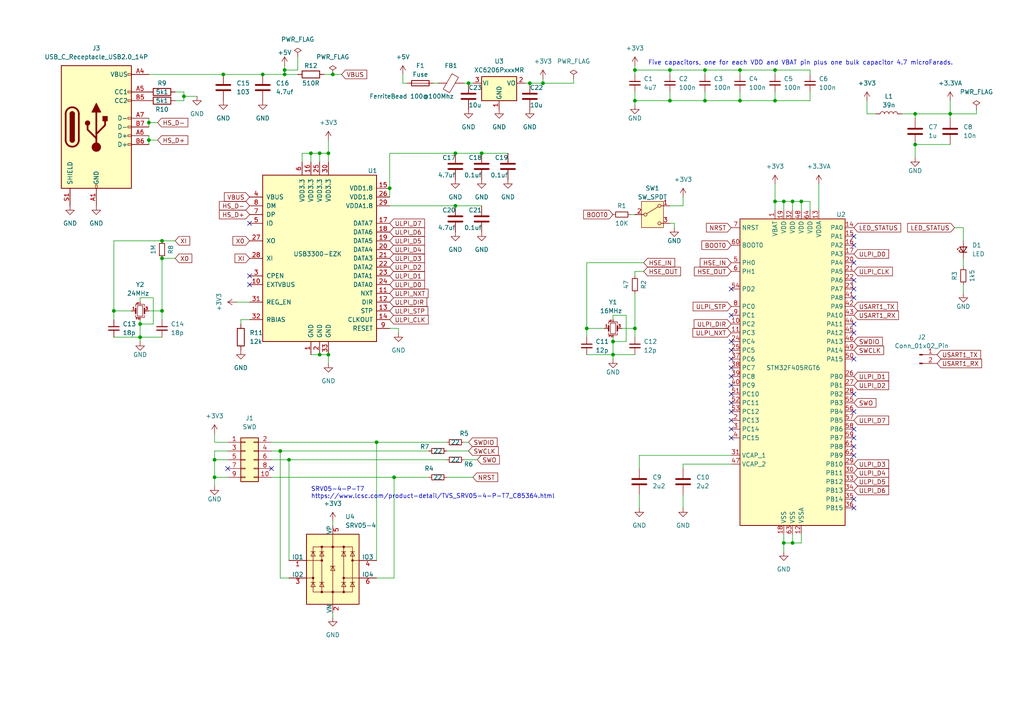
<source format=kicad_sch>
(kicad_sch (version 20230121) (generator eeschema)
  (paper "A4")
  (junction (at 227.33 58.42))
  (junction (at 177.8 102.87) (diameter 0.9144))
  (junction (at 53.34 27.94))
  (junction (at 96.52 21.59))
  (junction (at 204.47 20.32) (diameter 0.9144))
  (junction (at 76.2 21.59))
  (junction (at 275.59 33.02))
  (junction (at 92.71 44.45))
  (junction (at 153.67 24.13))
  (junction (at 265.43 33.02))
  (junction (at 113.03 54.61))
  (junction (at 95.25 44.45))
  (junction (at 40.64 93.98) (diameter 0.9144))
  (junction (at 229.87 157.48))
  (junction (at 43.18 35.56))
  (junction (at 83.82 133.35))
  (junction (at 157.48 24.13))
  (junction (at 43.18 40.64))
  (junction (at 46.99 90.17) (diameter 0.9144))
  (junction (at 46.99 69.85))
  (junction (at 114.3 138.43))
  (junction (at 204.47 29.21) (diameter 0.9144))
  (junction (at 227.33 157.48))
  (junction (at 229.87 58.42))
  (junction (at 46.99 74.93))
  (junction (at 265.43 41.91))
  (junction (at 194.31 20.32) (diameter 0.9144))
  (junction (at 139.7 44.45))
  (junction (at 224.79 58.42))
  (junction (at 64.77 21.59))
  (junction (at 132.08 59.69))
  (junction (at 132.08 44.45))
  (junction (at 90.17 44.45))
  (junction (at 224.79 20.32) (diameter 0.9144))
  (junction (at 184.15 20.32) (diameter 0.9144))
  (junction (at 177.8 99.06) (diameter 0.9144))
  (junction (at 33.02 90.17) (diameter 0.9144))
  (junction (at 92.71 102.87))
  (junction (at 184.15 29.21) (diameter 0.9144))
  (junction (at 40.64 97.79) (diameter 0.9144))
  (junction (at 184.15 95.25) (diameter 0.9144))
  (junction (at 214.63 29.21) (diameter 0.9144))
  (junction (at 109.22 128.27))
  (junction (at 170.18 95.25) (diameter 0.9144))
  (junction (at 95.25 102.87))
  (junction (at 81.28 130.81))
  (junction (at 194.31 29.21) (diameter 0.9144))
  (junction (at 232.41 58.42))
  (junction (at 82.55 21.59))
  (junction (at 62.23 133.35) (diameter 0.9144))
  (junction (at 224.79 29.21) (diameter 0.9144))
  (junction (at 214.63 20.32) (diameter 0.9144))
  (junction (at 82.55 20.32))
  (junction (at 135.89 24.13))
  (junction (at 62.23 138.43) (diameter 0.9144))
  (no_connect (at 212.09 104.14))
  (no_connect (at 212.09 116.84))
  (no_connect (at 212.09 111.76))
  (no_connect (at 247.65 81.28))
  (no_connect (at 212.09 127))
  (no_connect (at 78.74 135.89))
  (no_connect (at 247.65 132.08))
  (no_connect (at 247.65 104.14))
  (no_connect (at 247.65 124.46))
  (no_connect (at 212.09 124.46))
  (no_connect (at 247.65 127))
  (no_connect (at 247.65 96.52))
  (no_connect (at 247.65 114.3))
  (no_connect (at 247.65 129.54))
  (no_connect (at 72.39 80.01))
  (no_connect (at 247.65 119.38))
  (no_connect (at 247.65 71.12))
  (no_connect (at 247.65 76.2))
  (no_connect (at 212.09 83.82))
  (no_connect (at 212.09 109.22))
  (no_connect (at 212.09 99.06))
  (no_connect (at 212.09 114.3))
  (no_connect (at 72.39 64.77))
  (no_connect (at 247.65 144.78))
  (no_connect (at 212.09 106.68))
  (no_connect (at 212.09 91.44))
  (no_connect (at 247.65 86.36))
  (no_connect (at 66.04 135.89))
  (no_connect (at 212.09 101.6))
  (no_connect (at 72.39 82.55))
  (no_connect (at 247.65 83.82))
  (no_connect (at 247.65 68.58))
  (no_connect (at 247.65 93.98))
  (no_connect (at 247.65 147.32))
  (no_connect (at 212.09 121.92))
  (no_connect (at 212.09 119.38))
  (wire (pts (xy 125.73 24.13) (xy 127 24.13)))
  (wire (pts (xy 177.8 102.87) (xy 177.8 104.14)))
  (wire (pts (xy 265.43 41.91) (xy 265.43 45.72)))
  (wire (pts (xy 153.67 24.13) (xy 157.48 24.13)))
  (wire (pts (xy 204.47 21.59) (xy 204.47 20.32)))
  (wire (pts (xy 40.64 92.71) (xy 40.64 93.98)))
  (wire (pts (xy 50.8 26.67) (xy 53.34 26.67)))
  (wire (pts (xy 229.87 157.48) (xy 232.41 157.48)))
  (wire (pts (xy 170.18 97.79) (xy 170.18 95.25)))
  (wire (pts (xy 66.04 130.81) (xy 62.23 130.81)))
  (wire (pts (xy 194.31 20.32) (xy 184.15 20.32)))
  (wire (pts (xy 227.33 157.48) (xy 227.33 160.02)))
  (wire (pts (xy 113.03 44.45) (xy 132.08 44.45)))
  (wire (pts (xy 170.18 95.25) (xy 175.26 95.25)))
  (wire (pts (xy 115.57 95.25) (xy 115.57 96.52)))
  (wire (pts (xy 224.79 58.42) (xy 224.79 60.96)))
  (wire (pts (xy 113.03 54.61) (xy 113.03 44.45)))
  (wire (pts (xy 113.03 54.61) (xy 113.03 57.15)))
  (wire (pts (xy 87.63 44.45) (xy 87.63 46.99)))
  (wire (pts (xy 76.2 21.59) (xy 82.55 21.59)))
  (wire (pts (xy 227.33 58.42) (xy 229.87 58.42)))
  (wire (pts (xy 182.88 62.23) (xy 184.15 62.23)))
  (wire (pts (xy 234.95 21.59) (xy 234.95 20.32)))
  (wire (pts (xy 62.23 130.81) (xy 62.23 133.35)))
  (wire (pts (xy 43.18 21.59) (xy 64.77 21.59)))
  (wire (pts (xy 185.42 143.51) (xy 185.42 147.32)))
  (wire (pts (xy 81.28 130.81) (xy 81.28 167.64)))
  (wire (pts (xy 46.99 74.93) (xy 46.99 90.17)))
  (wire (pts (xy 275.59 33.02) (xy 275.59 34.29)))
  (wire (pts (xy 43.18 34.29) (xy 43.18 35.56)))
  (wire (pts (xy 40.64 93.98) (xy 40.64 97.79)))
  (wire (pts (xy 53.34 27.94) (xy 57.15 27.94)))
  (wire (pts (xy 224.79 26.67) (xy 224.79 29.21)))
  (wire (pts (xy 83.82 133.35) (xy 83.82 162.56)))
  (wire (pts (xy 232.41 58.42) (xy 234.95 58.42)))
  (wire (pts (xy 279.4 69.85) (xy 279.4 66.04)))
  (wire (pts (xy 184.15 29.21) (xy 184.15 30.48)))
  (wire (pts (xy 194.31 59.69) (xy 198.12 59.69)))
  (wire (pts (xy 40.64 97.79) (xy 46.99 97.79)))
  (wire (pts (xy 251.46 33.02) (xy 254 33.02)))
  (wire (pts (xy 40.64 93.98) (xy 44.45 93.98)))
  (wire (pts (xy 186.69 76.2) (xy 170.18 76.2)))
  (wire (pts (xy 45.72 35.56) (xy 43.18 35.56)))
  (wire (pts (xy 68.58 87.63) (xy 72.39 87.63)))
  (wire (pts (xy 224.79 20.32) (xy 214.63 20.32)))
  (wire (pts (xy 186.69 78.74) (xy 184.15 78.74)))
  (wire (pts (xy 261.62 33.02) (xy 265.43 33.02)))
  (wire (pts (xy 184.15 20.32) (xy 184.15 21.59)))
  (wire (pts (xy 135.89 24.13) (xy 137.16 24.13)))
  (wire (pts (xy 82.55 19.05) (xy 82.55 20.32)))
  (wire (pts (xy 53.34 26.67) (xy 53.34 27.94)))
  (wire (pts (xy 194.31 64.77) (xy 195.58 64.77)))
  (wire (pts (xy 46.99 69.85) (xy 33.02 69.85)))
  (wire (pts (xy 109.22 128.27) (xy 78.74 128.27)))
  (wire (pts (xy 95.25 44.45) (xy 95.25 46.99)))
  (wire (pts (xy 62.23 133.35) (xy 62.23 138.43)))
  (wire (pts (xy 170.18 76.2) (xy 170.18 95.25)))
  (wire (pts (xy 166.37 22.86) (xy 166.37 24.13)))
  (wire (pts (xy 279.4 82.55) (xy 279.4 85.09)))
  (wire (pts (xy 83.82 133.35) (xy 129.54 133.35)))
  (wire (pts (xy 62.23 133.35) (xy 66.04 133.35)))
  (wire (pts (xy 234.95 20.32) (xy 224.79 20.32)))
  (wire (pts (xy 184.15 97.79) (xy 184.15 95.25)))
  (wire (pts (xy 33.02 90.17) (xy 38.1 90.17)))
  (wire (pts (xy 214.63 26.67) (xy 214.63 29.21)))
  (wire (pts (xy 78.74 130.81) (xy 81.28 130.81)))
  (wire (pts (xy 129.54 138.43) (xy 137.16 138.43)))
  (wire (pts (xy 152.4 24.13) (xy 153.67 24.13)))
  (wire (pts (xy 45.72 40.64) (xy 43.18 40.64)))
  (wire (pts (xy 224.79 58.42) (xy 227.33 58.42)))
  (wire (pts (xy 90.17 102.87) (xy 92.71 102.87)))
  (wire (pts (xy 194.31 26.67) (xy 194.31 29.21)))
  (wire (pts (xy 44.45 86.36) (xy 44.45 93.98)))
  (wire (pts (xy 194.31 29.21) (xy 184.15 29.21)))
  (wire (pts (xy 96.52 151.13) (xy 96.52 152.4)))
  (wire (pts (xy 132.08 59.69) (xy 139.7 59.69)))
  (wire (pts (xy 279.4 74.93) (xy 279.4 77.47)))
  (wire (pts (xy 265.43 41.91) (xy 275.59 41.91)))
  (wire (pts (xy 177.8 99.06) (xy 181.61 99.06)))
  (wire (pts (xy 234.95 26.67) (xy 234.95 29.21)))
  (wire (pts (xy 43.18 35.56) (xy 43.18 36.83)))
  (wire (pts (xy 157.48 22.86) (xy 157.48 24.13)))
  (wire (pts (xy 78.74 133.35) (xy 83.82 133.35)))
  (wire (pts (xy 40.64 86.36) (xy 44.45 86.36)))
  (wire (pts (xy 227.33 157.48) (xy 229.87 157.48)))
  (wire (pts (xy 86.36 16.51) (xy 86.36 20.32)))
  (wire (pts (xy 195.58 64.77) (xy 195.58 66.04)))
  (wire (pts (xy 46.99 90.17) (xy 43.18 90.17)))
  (wire (pts (xy 109.22 128.27) (xy 109.22 162.56)))
  (wire (pts (xy 204.47 26.67) (xy 204.47 29.21)))
  (wire (pts (xy 177.8 102.87) (xy 184.15 102.87)))
  (wire (pts (xy 224.79 21.59) (xy 224.79 20.32)))
  (wire (pts (xy 198.12 143.51) (xy 198.12 147.32)))
  (wire (pts (xy 81.28 130.81) (xy 124.46 130.81)))
  (wire (pts (xy 232.41 154.94) (xy 232.41 157.48)))
  (wire (pts (xy 62.23 125.73) (xy 62.23 128.27)))
  (wire (pts (xy 204.47 20.32) (xy 194.31 20.32)))
  (wire (pts (xy 43.18 40.64) (xy 43.18 41.91)))
  (wire (pts (xy 265.43 33.02) (xy 275.59 33.02)))
  (wire (pts (xy 92.71 44.45) (xy 92.71 46.99)))
  (wire (pts (xy 69.85 92.71) (xy 69.85 93.98)))
  (wire (pts (xy 50.8 69.85) (xy 46.99 69.85)))
  (wire (pts (xy 43.18 39.37) (xy 43.18 40.64)))
  (wire (pts (xy 92.71 102.87) (xy 95.25 102.87)))
  (wire (pts (xy 177.8 91.44) (xy 181.61 91.44)))
  (wire (pts (xy 265.43 33.02) (xy 265.43 34.29)))
  (wire (pts (xy 113.03 95.25) (xy 115.57 95.25)))
  (wire (pts (xy 275.59 29.21) (xy 275.59 33.02)))
  (wire (pts (xy 86.36 20.32) (xy 82.55 20.32)))
  (wire (pts (xy 194.31 21.59) (xy 194.31 20.32)))
  (wire (pts (xy 229.87 58.42) (xy 232.41 58.42)))
  (wire (pts (xy 109.22 167.64) (xy 114.3 167.64)))
  (wire (pts (xy 177.8 99.06) (xy 177.8 102.87)))
  (wire (pts (xy 92.71 44.45) (xy 95.25 44.45)))
  (wire (pts (xy 64.77 21.59) (xy 76.2 21.59)))
  (wire (pts (xy 62.23 138.43) (xy 62.23 140.97)))
  (wire (pts (xy 184.15 26.67) (xy 184.15 29.21)))
  (wire (pts (xy 177.8 97.79) (xy 177.8 99.06)))
  (wire (pts (xy 224.79 53.34) (xy 224.79 58.42)))
  (wire (pts (xy 129.54 130.81) (xy 135.89 130.81)))
  (wire (pts (xy 93.98 21.59) (xy 96.52 21.59)))
  (wire (pts (xy 96.52 21.59) (xy 99.06 21.59)))
  (wire (pts (xy 227.33 154.94) (xy 227.33 157.48)))
  (wire (pts (xy 229.87 58.42) (xy 229.87 60.96)))
  (wire (pts (xy 53.34 27.94) (xy 53.34 29.21)))
  (wire (pts (xy 72.39 92.71) (xy 69.85 92.71)))
  (wire (pts (xy 184.15 85.09) (xy 184.15 95.25)))
  (wire (pts (xy 157.48 24.13) (xy 166.37 24.13)))
  (wire (pts (xy 116.84 24.13) (xy 118.11 24.13)))
  (wire (pts (xy 185.42 132.08) (xy 185.42 135.89)))
  (wire (pts (xy 212.09 134.62) (xy 198.12 134.62)))
  (wire (pts (xy 83.82 167.64) (xy 81.28 167.64)))
  (wire (pts (xy 132.08 44.45) (xy 139.7 44.45)))
  (wire (pts (xy 139.7 44.45) (xy 147.32 44.45)))
  (wire (pts (xy 177.8 92.71) (xy 177.8 91.44)))
  (wire (pts (xy 134.62 128.27) (xy 135.89 128.27)))
  (wire (pts (xy 184.15 95.25) (xy 180.34 95.25)))
  (wire (pts (xy 90.17 44.45) (xy 92.71 44.45)))
  (wire (pts (xy 229.87 154.94) (xy 229.87 157.48)))
  (wire (pts (xy 50.8 74.93) (xy 46.99 74.93)))
  (wire (pts (xy 96.52 177.8) (xy 96.52 179.07)))
  (wire (pts (xy 170.18 102.87) (xy 177.8 102.87)))
  (wire (pts (xy 50.8 29.21) (xy 53.34 29.21)))
  (wire (pts (xy 40.64 87.63) (xy 40.64 86.36)))
  (wire (pts (xy 283.21 31.75) (xy 283.21 33.02)))
  (wire (pts (xy 279.4 66.04) (xy 276.86 66.04)))
  (wire (pts (xy 90.17 44.45) (xy 90.17 46.99)))
  (wire (pts (xy 82.55 21.59) (xy 86.36 21.59)))
  (wire (pts (xy 214.63 20.32) (xy 204.47 20.32)))
  (wire (pts (xy 204.47 29.21) (xy 194.31 29.21)))
  (wire (pts (xy 198.12 57.15) (xy 198.12 59.69)))
  (wire (pts (xy 95.25 40.64) (xy 95.25 44.45)))
  (wire (pts (xy 232.41 58.42) (xy 232.41 60.96)))
  (wire (pts (xy 224.79 29.21) (xy 214.63 29.21)))
  (wire (pts (xy 181.61 91.44) (xy 181.61 99.06)))
  (wire (pts (xy 114.3 138.43) (xy 114.3 167.64)))
  (wire (pts (xy 114.3 138.43) (xy 124.46 138.43)))
  (wire (pts (xy 82.55 20.32) (xy 82.55 21.59)))
  (wire (pts (xy 234.95 29.21) (xy 224.79 29.21)))
  (wire (pts (xy 87.63 44.45) (xy 90.17 44.45)))
  (wire (pts (xy 62.23 138.43) (xy 66.04 138.43)))
  (wire (pts (xy 33.02 97.79) (xy 40.64 97.79)))
  (wire (pts (xy 184.15 78.74) (xy 184.15 80.01)))
  (wire (pts (xy 33.02 92.71) (xy 33.02 90.17)))
  (wire (pts (xy 129.54 128.27) (xy 109.22 128.27)))
  (wire (pts (xy 212.09 132.08) (xy 185.42 132.08)))
  (wire (pts (xy 78.74 138.43) (xy 114.3 138.43)))
  (wire (pts (xy 198.12 134.62) (xy 198.12 135.89)))
  (wire (pts (xy 134.62 133.35) (xy 138.43 133.35)))
  (wire (pts (xy 116.84 21.59) (xy 116.84 24.13)))
  (wire (pts (xy 275.59 33.02) (xy 283.21 33.02)))
  (wire (pts (xy 46.99 92.71) (xy 46.99 90.17)))
  (wire (pts (xy 214.63 21.59) (xy 214.63 20.32)))
  (wire (pts (xy 184.15 19.05) (xy 184.15 20.32)))
  (wire (pts (xy 33.02 69.85) (xy 33.02 90.17)))
  (wire (pts (xy 113.03 59.69) (xy 132.08 59.69)))
  (wire (pts (xy 40.64 97.79) (xy 40.64 99.06)))
  (wire (pts (xy 95.25 102.87) (xy 95.25 105.41)))
  (wire (pts (xy 62.23 128.27) (xy 66.04 128.27)))
  (wire (pts (xy 234.95 58.42) (xy 234.95 60.96)))
  (wire (pts (xy 214.63 29.21) (xy 204.47 29.21)))
  (wire (pts (xy 237.49 53.34) (xy 237.49 60.96)))
  (wire (pts (xy 227.33 58.42) (xy 227.33 60.96)))
  (wire (pts (xy 134.62 24.13) (xy 135.89 24.13)))
  (wire (pts (xy 251.46 29.21) (xy 251.46 33.02)))
  (text "Five capacitors, one for each VDD and VBAT pin plus one bulk capacitor 4.7 microFarads." (at 187.96 19.05 0) (effects (font (size 1.27 1.27)) (justify left bottom)))
  (text "SRV05-4-P-T7\nhttps://www.lcsc.com/product-detail/TVS_SRV05-4-P-T7_C85364.html" (at 90.17 144.78 0) (effects (font (size 1.27 1.27)) (justify left bottom)))
  (global_label "SWO" (shape input) (at 138.43 133.35 0) (property "Intersheetrefs" "${INTERSHEET_REFS}" (effects hide)))
  (global_label "X0" (shape input) (at 72.39 69.85 180) (property "Intersheetrefs" "${INTERSHEET_REFS}" (effects hide)))
  (global_label "USART1_TX" (shape input) (at 247.65 88.9 0) (property "Intersheetrefs" "${INTERSHEET_REFS}" (effects hide)))
  (global_label "USART1_RX" (shape input) (at 271.78 105.41 0) (property "Intersheetrefs" "${INTERSHEET_REFS}" (effects hide)))
  (global_label "ULPI_NXT" (shape input) (at 113.03 85.09 0) (property "Intersheetrefs" "${INTERSHEET_REFS}" (effects hide)))
  (global_label "BOOT0" (shape input) (at 212.09 71.12 180) (property "Intersheetrefs" "${INTERSHEET_REFS}" (effects hide)))
  (global_label "ULPI_D5" (shape input) (at 113.03 69.85 0) (property "Intersheetrefs" "${INTERSHEET_REFS}" (effects hide)))
  (global_label "SWO" (shape input) (at 247.65 116.84 0) (property "Intersheetrefs" "${INTERSHEET_REFS}" (effects hide)))
  (global_label "SWDIO" (shape input) (at 247.65 99.06 0) (property "Intersheetrefs" "${INTERSHEET_REFS}" (effects hide)))
  (global_label "ULPI_DIR" (shape input) (at 113.03 87.63 0) (property "Intersheetrefs" "${INTERSHEET_REFS}" (effects hide)))
  (global_label "XI" (shape input) (at 72.39 74.93 180) (property "Intersheetrefs" "${INTERSHEET_REFS}" (effects hide)))
  (global_label "SWCLK" (shape input) (at 247.65 101.6 0) (property "Intersheetrefs" "${INTERSHEET_REFS}" (effects hide)))
  (global_label "ULPI_D3" (shape input) (at 113.03 74.93 0) (property "Intersheetrefs" "${INTERSHEET_REFS}" (effects hide)))
  (global_label "XI" (shape input) (at 50.8 69.85 0) (property "Intersheetrefs" "${INTERSHEET_REFS}" (effects hide)))
  (global_label "HSE_IN" (shape input) (at 186.69 76.2 0) (property "Intersheetrefs" "${INTERSHEET_REFS}" (effects hide)))
  (global_label "ULPI_D0" (shape input) (at 247.65 73.66 0) (property "Intersheetrefs" "${INTERSHEET_REFS}" (effects hide)))
  (global_label "ULPI_D7" (shape input) (at 113.03 64.77 0) (property "Intersheetrefs" "${INTERSHEET_REFS}" (effects hide)))
  (global_label "ULPI_D4" (shape input) (at 247.65 137.16 0) (property "Intersheetrefs" "${INTERSHEET_REFS}" (effects hide)))
  (global_label "LED_STATUS" (shape input) (at 276.86 66.04 180) (property "Intersheetrefs" "${INTERSHEET_REFS}" (effects hide)))
  (global_label "HS_D+" (shape input) (at 72.39 62.23 180) (property "Intersheetrefs" "${INTERSHEET_REFS}" (effects hide)))
  (global_label "ULPI_D0" (shape input) (at 113.03 82.55 0) (property "Intersheetrefs" "${INTERSHEET_REFS}" (effects hide)))
  (global_label "HS_D-" (shape input) (at 72.39 59.69 180) (property "Intersheetrefs" "${INTERSHEET_REFS}" (effects hide)))
  (global_label "HSE_IN" (shape input) (at 212.09 76.2 180) (property "Intersheetrefs" "${INTERSHEET_REFS}" (effects hide)))
  (global_label "SWCLK" (shape input) (at 135.89 130.81 0) (property "Intersheetrefs" "${INTERSHEET_REFS}" (effects hide)))
  (global_label "ULPI_D6" (shape input) (at 113.03 67.31 0) (property "Intersheetrefs" "${INTERSHEET_REFS}" (effects hide)))
  (global_label "ULPI_D2" (shape input) (at 113.03 77.47 0) (property "Intersheetrefs" "${INTERSHEET_REFS}" (effects hide)))
  (global_label "USART1_RX" (shape input) (at 247.65 91.44 0) (property "Intersheetrefs" "${INTERSHEET_REFS}" (effects hide)))
  (global_label "HSE_OUT" (shape input) (at 212.09 78.74 180) (property "Intersheetrefs" "${INTERSHEET_REFS}" (effects hide)))
  (global_label "ULPI_D3" (shape input) (at 247.65 134.62 0) (property "Intersheetrefs" "${INTERSHEET_REFS}" (effects hide)))
  (global_label "HS_D+" (shape input) (at 45.72 40.64 0) (property "Intersheetrefs" "${INTERSHEET_REFS}" (effects hide)))
  (global_label "NRST" (shape input) (at 137.16 138.43 0) (property "Intersheetrefs" "${INTERSHEET_REFS}" (effects hide)))
  (global_label "ULPI_CLK" (shape input) (at 113.03 92.71 0) (property "Intersheetrefs" "${INTERSHEET_REFS}" (effects hide)))
  (global_label "ULPI_NXT" (shape input) (at 212.09 96.52 180) (property "Intersheetrefs" "${INTERSHEET_REFS}" (effects hide)))
  (global_label "ULPI_CLK" (shape input) (at 247.65 78.74 0) (property "Intersheetrefs" "${INTERSHEET_REFS}" (effects hide)))
  (global_label "ULPI_D4" (shape input) (at 113.03 72.39 0) (property "Intersheetrefs" "${INTERSHEET_REFS}" (effects hide)))
  (global_label "SWDIO" (shape input) (at 135.89 128.27 0) (property "Intersheetrefs" "${INTERSHEET_REFS}" (effects hide)))
  (global_label "ULPI_D5" (shape input) (at 247.65 139.7 0) (property "Intersheetrefs" "${INTERSHEET_REFS}" (effects hide)))
  (global_label "X0" (shape input) (at 50.8 74.93 0) (property "Intersheetrefs" "${INTERSHEET_REFS}" (effects hide)))
  (global_label "HSE_OUT" (shape input) (at 186.69 78.74 0) (property "Intersheetrefs" "${INTERSHEET_REFS}" (effects hide)))
  (global_label "VBUS" (shape input) (at 99.06 21.59 0) (property "Intersheetrefs" "${INTERSHEET_REFS}" (effects hide)))
  (global_label "ULPI_D1" (shape input) (at 113.03 80.01 0) (property "Intersheetrefs" "${INTERSHEET_REFS}" (effects hide)))
  (global_label "ULPI_DIR" (shape input) (at 212.09 93.98 180) (property "Intersheetrefs" "${INTERSHEET_REFS}" (effects hide)))
  (global_label "ULPI_STP" (shape input) (at 212.09 88.9 180) (property "Intersheetrefs" "${INTERSHEET_REFS}" (effects hide)))
  (global_label "ULPI_D1" (shape input) (at 247.65 109.22 0) (property "Intersheetrefs" "${INTERSHEET_REFS}" (effects hide)))
  (global_label "NRST" (shape input) (at 212.09 66.04 180) (property "Intersheetrefs" "${INTERSHEET_REFS}" (effects hide)))
  (global_label "ULPI_D6" (shape input) (at 247.65 142.24 0) (property "Intersheetrefs" "${INTERSHEET_REFS}" (effects hide)))
  (global_label "BOOT0" (shape input) (at 177.8 62.23 180) (property "Intersheetrefs" "${INTERSHEET_REFS}" (effects hide)))
  (global_label "ULPI_D7" (shape input) (at 247.65 121.92 0) (property "Intersheetrefs" "${INTERSHEET_REFS}" (effects hide)))
  (global_label "USART1_TX" (shape input) (at 271.78 102.87 0) (property "Intersheetrefs" "${INTERSHEET_REFS}" (effects hide)))
  (global_label "ULPI_D2" (shape input) (at 247.65 111.76 0) (property "Intersheetrefs" "${INTERSHEET_REFS}" (effects hide)))
  (global_label "LED_STATUS" (shape input) (at 247.65 66.04 0) (property "Intersheetrefs" "${INTERSHEET_REFS}" (effects hide)))
  (global_label "VBUS" (shape input) (at 72.39 57.15 180) (property "Intersheetrefs" "${INTERSHEET_REFS}" (effects hide)))
  (global_label "ULPI_STP" (shape input) (at 113.03 90.17 0) (property "Intersheetrefs" "${INTERSHEET_REFS}" (effects hide)))
  (global_label "HS_D-" (shape input) (at 45.72 35.56 0) (property "Intersheetrefs" "${INTERSHEET_REFS}" (effects hide)))
  (symbol (lib_id "Device:C") (at 64.77 25.4 0) (unit 1)
    (property "Reference" "C15" (at 68.58 24.13 0) (effects (justify left)))
    (property "Value" "103" (at 68.58 26.67 0) (effects (justify left)))
    (property "Footprint" "Capacitor_SMD:C_0603_1608Metric" (effects hide))
  )
  (symbol (lib_id "power:GND") (at 69.85 101.6 0) (unit 1)
    (property "Reference" "#PWR025" (effects hide))
    (property "Value" "GND" (at 69.85 106.68 0))
  )
  (symbol (lib_id "power:+5V") (at 82.55 19.05 0) (unit 1)
    (property "Reference" "#PWR018" (effects hide))
    (property "Value" "+5V" (at 82.55 15.24 0))
  )
  (symbol (lib_id "power:PWR_FLAG") (at 96.52 21.59 0) (unit 1)
    (property "Reference" "#FLG05" (effects hide))
    (property "Value" "PWR_FLAG" (at 96.52 16.51 0))
  )
  (symbol (lib_id "power:GND") (at 27.94 59.69 0) (unit 1)
    (property "Reference" "#PWR022" (effects hide))
    (property "Value" "GND" (at 27.94 64.77 0))
  )
  (symbol (lib_id "power:GND") (at 95.25 105.41 0) (unit 1)
    (property "Reference" "#PWR026" (effects hide))
    (property "Value" "GND" (at 95.25 110.49 0))
  )
  (symbol (lib_id "power:GND") (at 279.4 85.09 0) (unit 1)
    (property "Reference" "#PWR014" (effects hide))
    (property "Value" "GND" (at 279.4 88.9 0))
  )
  (symbol (lib_id "Device:C_Small") (at 194.31 24.13 0) (unit 1)
    (property "Reference" "C2" (at 196.85 22.8599 0) (effects (justify left)))
    (property "Value" "100n" (at 196.85 25.3999 0) (effects (justify left)))
    (property "Footprint" "Capacitor_SMD:C_0603_1608Metric" (effects hide))
  )
  (symbol (lib_id "Device:R") (at 46.99 29.21 270) (unit 1)
    (property "Reference" "R10" (at 46.99 31.75 90))
    (property "Value" "5k1" (at 46.99 29.21 90))
    (property "Footprint" "Resistor_SMD:R_0603_1608Metric" (effects hide))
  )
  (symbol (lib_id "Device:R_Small") (at 132.08 128.27 90) (unit 1)
    (property "Reference" "R5" (at 134.62 125.73 90))
    (property "Value" "22" (at 132.08 128.27 90))
    (property "Footprint" "Resistor_SMD:R_0603_1608Metric" (effects hide))
  )
  (symbol (lib_id "Device:R_Small") (at 184.15 82.55 180) (unit 1)
    (property "Reference" "R2" (at 186.69 82.55 90))
    (property "Value" "47" (at 181.61 82.55 90))
    (property "Footprint" "Resistor_SMD:R_0603_1608Metric" (effects hide))
  )
  (symbol (lib_id "power:GND") (at 40.64 99.06 0) (unit 1)
    (property "Reference" "#PWR017" (effects hide))
    (property "Value" "GND" (at 40.64 102.87 0))
  )
  (symbol (lib_id "power:+3V3") (at 184.15 19.05 0) (unit 1)
    (property "Reference" "#PWR01" (effects hide))
    (property "Value" "+3V3" (at 184.15 13.97 0))
  )
  (symbol (lib_id "Device:C_Small") (at 224.79 24.13 0) (unit 1)
    (property "Reference" "C5" (at 227.33 22.8599 0) (effects (justify left)))
    (property "Value" "100n" (at 227.33 25.3999 0) (effects (justify left)))
    (property "Footprint" "Capacitor_SMD:C_0603_1608Metric" (effects hide))
  )
  (symbol (lib_id "Connector_Generic:Conn_02x05_Odd_Even") (at 71.12 133.35 0) (unit 1)
    (property "Reference" "J1" (at 72.39 121.285 0))
    (property "Value" "SWD" (at 72.39 123.825 0))
    (property "Footprint" "Connector_PinHeader_1.27mm:PinHeader_2x05_P1.27mm_Vertical_SMD" (effects hide))
  )
  (symbol (lib_id "power:+3V3") (at 157.48 22.86 0) (unit 1)
    (property "Reference" "#PWR037" (effects hide))
    (property "Value" "+3V3" (at 157.48 17.78 0))
  )
  (symbol (lib_id "Device:C_Small") (at 234.95 24.13 0) (unit 1)
    (property "Reference" "C6" (at 237.49 22.8599 0) (effects (justify left)))
    (property "Value" "100n" (at 237.49 25.3999 0) (effects (justify left)))
    (property "Footprint" "Capacitor_SMD:C_0603_1608Metric" (effects hide))
  )
  (symbol (lib_id "power:GND") (at 62.23 140.97 0) (unit 1)
    (property "Reference" "#PWR016" (effects hide))
    (property "Value" "GND" (at 62.23 144.78 0))
  )
  (symbol (lib_id "power:GND") (at 198.12 147.32 0) (unit 1)
    (property "Reference" "#PWR010" (effects hide))
    (property "Value" "GND" (at 198.12 152.4 0))
  )
  (symbol (lib_id "Device:Fuse") (at 121.92 24.13 90) (unit 1)
    (property "Reference" "F1" (at 121.92 19.05 90))
    (property "Value" "Fuse" (at 121.92 21.59 90))
    (property "Footprint" "Fuse:Fuse_1206_3216Metric_Pad1.42x1.75mm_HandSolder" (effects hide))
  )
  (symbol (lib_id "Device:R_Small") (at 279.4 80.01 0) (unit 1)
    (property "Reference" "R3" (at 276.86 80.01 90))
    (property "Value" "1k5" (at 281.94 80.01 90))
    (property "Footprint" "Resistor_SMD:R_0603_1608Metric" (effects hide))
  )
  (symbol (lib_id "Device:LED_Small") (at 279.4 72.39 90) (unit 1)
    (property "Reference" "D1" (at 281.94 71.1199 90) (effects (justify right)))
    (property "Value" "LED" (at 281.94 73.6599 90) (effects (justify right)))
    (property "Footprint" "LED_SMD:LED_0402_1005Metric" (effects hide))
  )
  (symbol (lib_id "Device:C") (at 275.59 38.1 0) (unit 1)
    (property "Reference" "C8" (at 279.4 36.83 0) (effects (justify left)))
    (property "Value" "10n" (at 279.4 39.37 0) (effects (justify left)))
    (property "Footprint" "Capacitor_SMD:C_0603_1608Metric" (effects hide))
  )
  (symbol (lib_id "power:+3.3VA") (at 275.59 29.21 0) (unit 1)
    (property "Reference" "#PWR08" (effects hide))
    (property "Value" "+3.3VA" (at 275.59 24.13 0))
  )
  (symbol (lib_id "power:+3V3") (at 96.52 151.13 0) (unit 1)
    (property "Reference" "#PWR039" (effects hide))
    (property "Value" "+3V3" (at 96.52 146.05 0))
  )
  (symbol (lib_id "Device:C") (at 76.2 25.4 0) (unit 1)
    (property "Reference" "C16" (at 80.01 24.13 0) (effects (justify left)))
    (property "Value" "4.7uf" (at 80.01 26.67 0) (effects (justify left)))
    (property "Footprint" "Capacitor_SMD:C_0603_1608Metric" (effects hide))
  )
  (symbol (lib_id "power:GND") (at 96.52 179.07 0) (unit 1)
    (property "Reference" "#PWR040" (effects hide))
    (property "Value" "GND" (at 96.52 184.15 0))
  )
  (symbol (lib_id "power:+3V3") (at 251.46 29.21 0) (unit 1)
    (property "Reference" "#PWR07" (effects hide))
    (property "Value" "+3V3" (at 251.46 24.13 0))
  )
  (symbol (lib_id "power:PWR_FLAG") (at 283.21 31.75 0) (unit 1)
    (property "Reference" "#FLG03" (effects hide))
    (property "Value" "PWR_FLAG" (at 283.21 26.67 0))
  )
  (symbol (lib_id "Connector:USB_C_Receptacle_USB2.0_14P") (at 27.94 36.83 0) (unit 1)
    (property "Reference" "J3" (at 27.94 13.97 0))
    (property "Value" "USB_C_Receptacle_USB2.0_14P" (at 27.94 16.51 0))
    (property "Footprint" "Connector_USB:USB_Micro-B_Molex-105017-0001" (effects hide))
    (property "Datasheet" "https://www.usb.org/sites/default/files/documents/usb_type-c.zip" (effects hide))
  )
  (symbol (lib_id "power:PWR_FLAG") (at 166.37 22.86 0) (unit 1)
    (property "Reference" "#FLG01" (effects hide))
    (property "Value" "PWR_FLAG" (at 166.37 17.78 0))
  )
  (symbol (lib_id "Device:C_Small") (at 170.18 100.33 0) (unit 1)
    (property "Reference" "C11" (at 172.72 99.0599 0) (effects (justify left)))
    (property "Value" "12p" (at 172.72 101.5999 0) (effects (justify left)))
    (property "Footprint" "Capacitor_SMD:C_0402_1005Metric" (effects hide))
  )
  (symbol (lib_id "power:GND") (at 177.8 104.14 0) (unit 1)
    (property "Reference" "#PWR013" (effects hide))
    (property "Value" "GND" (at 177.8 107.95 0))
  )
  (symbol (lib_id "Device:R_Small") (at 127 138.43 270) (unit 1)
    (property "Reference" "R4" (at 124.46 135.89 90))
    (property "Value" "22" (at 127 138.43 90))
    (property "Footprint" "Resistor_SMD:R_0603_1608Metric" (effects hide))
  )
  (symbol (lib_id "power:GND") (at 265.43 45.72 0) (unit 1)
    (property "Reference" "#PWR012" (effects hide))
    (property "Value" "GND" (at 265.43 49.53 0))
  )
  (symbol (lib_id "Device:C") (at 185.42 139.7 0) (unit 1)
    (property "Reference" "C9" (at 189.23 138.43 0) (effects (justify left)))
    (property "Value" "2u2" (at 189.23 140.97 0) (effects (justify left)))
    (property "Footprint" "Capacitor_SMD:C_0603_1608Metric" (effects hide))
  )
  (symbol (lib_id "power:+3V3") (at 224.79 53.34 0) (unit 1)
    (property "Reference" "#PWR041" (effects hide))
    (property "Value" "+3V3" (at 224.79 48.26 0))
  )
  (symbol (lib_id "power:GND") (at 227.33 160.02 0) (unit 1)
    (property "Reference" "#PWR011" (effects hide))
    (property "Value" "GND" (at 227.33 165.1 0))
  )
  (symbol (lib_id "power:+5V") (at 116.84 21.59 0) (unit 1)
    (property "Reference" "#PWR038" (effects hide))
    (property "Value" "+5V" (at 116.84 16.51 0))
  )
  (symbol (lib_id "Device:FerriteBead") (at 130.81 24.13 90) (unit 1)
    (property "Reference" "FB1" (at 130.81 19.05 90))
    (property "Value" "FerriteBead 100@100Mhz" (at 119.38 27.94 90))
    (property "Footprint" "Ferrite_THT:LairdTech_28C0236-0JW-10" (effects hide))
  )
  (symbol (lib_id "Device:L") (at 257.81 33.02 90) (unit 1)
    (property "Reference" "L1" (at 257.81 27.94 90))
    (property "Value" "39n" (at 257.81 30.48 90))
    (property "Footprint" "Inductor_SMD:L_0603_1608Metric" (effects hide))
  )
  (symbol (lib_id "power:GND") (at 132.08 52.07 0) (unit 1)
    (property "Reference" "#PWR028" (effects hide))
    (property "Value" "GND" (at 132.08 57.15 0))
  )
  (symbol (lib_id "Device:C_Small") (at 184.15 100.33 0) (unit 1)
    (property "Reference" "C12" (at 186.69 99.0599 0) (effects (justify left)))
    (property "Value" "12p" (at 186.69 101.5999 0) (effects (justify left)))
    (property "Footprint" "Capacitor_SMD:C_0402_1005Metric" (effects hide))
  )
  (symbol (lib_id "power:GND") (at 195.58 66.04 0) (unit 1)
    (property "Reference" "#PWR04" (effects hide))
    (property "Value" "GND" (at 195.58 69.85 0))
  )
  (symbol (lib_id "Device:R_Small") (at 180.34 62.23 270) (unit 1)
    (property "Reference" "R1" (at 180.34 59.69 90))
    (property "Value" "10K" (at 180.34 64.77 90))
    (property "Footprint" "Resistor_SMD:R_0603_1608Metric" (effects hide))
  )
  (symbol (lib_id "power:PWR_FLAG") (at 86.36 16.51 0) (unit 1)
    (property "Reference" "#FLG04" (effects hide))
    (property "Value" "PWR_FLAG" (at 86.36 11.43 0))
  )
  (symbol (lib_id "power:GND") (at 132.08 67.31 0) (unit 1)
    (property "Reference" "#PWR031" (effects hide))
    (property "Value" "GND" (at 132.08 72.39 0))
  )
  (symbol (lib_id "power:GND") (at 76.2 29.21 0) (unit 1)
    (property "Reference" "#PWR020" (effects hide))
    (property "Value" "GND" (at 76.2 34.29 0))
  )
  (symbol (lib_id "Device:R") (at 46.99 26.67 270) (unit 1)
    (property "Reference" "R9" (at 46.99 24.13 90))
    (property "Value" "5k1" (at 46.99 26.67 90))
    (property "Footprint" "Resistor_SMD:R_0603_1608Metric" (effects hide))
  )
  (symbol (lib_id "power:GND") (at 139.7 67.31 0) (unit 1)
    (property "Reference" "#PWR032" (effects hide))
    (property "Value" "GND" (at 139.7 72.39 0))
  )
  (symbol (lib_id "Device:C_Small") (at 46.99 95.25 0) (unit 1)
    (property "Reference" "C14" (at 49.53 93.9799 0) (effects (justify left)))
    (property "Value" "18p" (at 49.53 96.5199 0) (effects (justify left)))
    (property "Footprint" "Capacitor_SMD:C_0603_1608Metric" (effects hide))
  )
  (symbol (lib_id "Device:C") (at 153.67 27.94 0) (unit 1)
    (property "Reference" "C22" (at 153.67 25.4 0) (effects (justify left)))
    (property "Value" "10u" (at 153.67 30.48 0) (effects (justify left)))
    (property "Footprint" "Capacitor_SMD:C_0603_1608Metric" (effects hide))
  )
  (symbol (lib_id "Device:C") (at 132.08 48.26 0) (unit 1)
    (property "Reference" "C17" (at 128.27 45.72 0) (effects (justify left)))
    (property "Value" "4.7uf" (at 127 50.8 0) (effects (justify left)))
    (property "Footprint" "Capacitor_SMD:C_0603_1608Metric" (effects hide))
  )
  (symbol (lib_id "Device:R_Small") (at 127 130.81 90) (unit 1)
    (property "Reference" "R7" (at 123.19 129.54 90))
    (property "Value" "22" (at 127 130.81 90))
    (property "Footprint" "Resistor_SMD:R_0603_1608Metric" (effects hide))
  )
  (symbol (lib_id "power:+3V3") (at 62.23 125.73 0) (unit 1)
    (property "Reference" "#PWR05" (effects hide))
    (property "Value" "+3V3" (at 62.23 120.65 0))
  )
  (symbol (lib_id "power:GND") (at 139.7 52.07 0) (unit 1)
    (property "Reference" "#PWR029" (effects hide))
    (property "Value" "GND" (at 139.7 57.15 0))
  )
  (symbol (lib_id "Device:Crystal_GND24_Small") (at 40.64 90.17 0) (unit 1)
    (property "Reference" "Y2" (at 39.37 82.5499 0) (effects (justify left)))
    (property "Value" "24MHz" (at 36.83 85.0899 0) (effects (justify left)))
    (property "Footprint" "Crystal:Crystal_SMD_3225-4Pin_3.2x2.5mm" (effects hide))
  )
  (symbol (lib_id "Switch:SW_SPDT") (at 189.23 62.23 0) (unit 1)
    (property "Reference" "SW1" (at 189.23 54.61 0))
    (property "Value" "SW_SPDT" (at 189.23 57.15 0))
    (property "Footprint" "Button_Switch_SMD:SW_SPDT_PCM12" (effects hide))
  )
  (symbol (lib_id "power:+3.3VA") (at 237.49 53.34 0) (unit 1)
    (property "Reference" "#PWR06" (effects hide))
    (property "Value" "+3.3VA" (at 237.49 48.26 0))
  )
  (symbol (lib_id "power:GND") (at 144.78 31.75 0) (unit 1)
    (property "Reference" "#PWR035" (effects hide))
    (property "Value" "GND" (at 144.78 36.83 0))
  )
  (symbol (lib_id "power:GND") (at 135.89 31.75 0) (unit 1)
    (property "Reference" "#PWR036" (effects hide))
    (property "Value" "GND" (at 135.89 36.83 0))
  )
  (symbol (lib_id "Device:C_Small") (at 184.15 24.13 0) (unit 1)
    (property "Reference" "C1" (at 186.69 22.8599 0) (effects (justify left)))
    (property "Value" "4u7" (at 186.69 25.3999 0) (effects (justify left)))
    (property "Footprint" "Capacitor_SMD:C_0603_1608Metric" (effects hide))
  )
  (symbol (lib_id "Power_Protection:SRV05-4") (at 96.52 165.1 0) (unit 1)
    (property "Reference" "U4" (at 100.1461 149.86 0) (effects (justify left)))
    (property "Value" "SRV05-4" (at 100.1461 152.4 0) (effects (justify left)))
    (property "Footprint" "Package_TO_SOT_SMD:SOT-23-6" (effects hide))
    (property "Datasheet" "http://www.onsemi.com/pub/Collateral/SRV05-4-D.PDF" (effects hide))
  )
  (symbol (lib_id "Device:C") (at 147.32 48.26 0) (unit 1)
    (property "Reference" "C19" (at 143.51 45.72 0) (effects (justify left)))
    (property "Value" "0.1uf" (at 142.24 50.8 0) (effects (justify left)))
    (property "Footprint" "Capacitor_SMD:C_0603_1608Metric" (effects hide))
  )
  (symbol (lib_id "Device:R_Small") (at 132.08 133.35 90) (unit 1)
    (property "Reference" "R6" (at 135.89 134.62 90))
    (property "Value" "22" (at 132.08 133.35 90))
    (property "Footprint" "Resistor_SMD:R_0603_1608Metric" (effects hide))
  )
  (symbol (lib_id "Device:C") (at 265.43 38.1 0) (unit 1)
    (property "Reference" "C7" (at 269.24 36.83 0) (effects (justify left)))
    (property "Value" "1u" (at 269.24 39.37 0) (effects (justify left)))
    (property "Footprint" "Capacitor_SMD:C_0603_1608Metric" (effects hide))
  )
  (symbol (lib_id "Device:C_Small") (at 204.47 24.13 0) (unit 1)
    (property "Reference" "C3" (at 207.01 22.8599 0) (effects (justify left)))
    (property "Value" "100n" (at 207.01 25.3999 0) (effects (justify left)))
    (property "Footprint" "Capacitor_SMD:C_0603_1608Metric" (effects hide))
  )
  (symbol (lib_id "power:GND") (at 57.15 27.94 0) (unit 1)
    (property "Reference" "#PWR021" (effects hide))
    (property "Value" "GND" (at 57.15 33.02 0))
  )
  (symbol (lib_id "Device:C") (at 135.89 27.94 0) (unit 1)
    (property "Reference" "C23" (at 135.89 25.4 0) (effects (justify left)))
    (property "Value" "10u" (at 135.89 30.48 0) (effects (justify left)))
    (property "Footprint" "Capacitor_SMD:C_0603_1608Metric" (effects hide))
  )
  (symbol (lib_id "power:GND") (at 115.57 96.52 0) (unit 1)
    (property "Reference" "#PWR027" (effects hide))
    (property "Value" "GND" (at 115.57 101.6 0))
  )
  (symbol (lib_id "Device:C") (at 132.08 63.5 0) (unit 1)
    (property "Reference" "C20" (at 128.27 60.96 0) (effects (justify left)))
    (property "Value" "4.7uf" (at 127 66.04 0) (effects (justify left)))
    (property "Footprint" "Capacitor_SMD:C_0603_1608Metric" (effects hide))
  )
  (symbol (lib_id "power:GND") (at 147.32 52.07 0) (unit 1)
    (property "Reference" "#PWR030" (effects hide))
    (property "Value" "GND" (at 147.32 57.15 0))
  )
  (symbol (lib_id "Device:C") (at 198.12 139.7 0) (unit 1)
    (property "Reference" "C10" (at 201.93 138.43 0) (effects (justify left)))
    (property "Value" "2u2" (at 201.93 140.97 0) (effects (justify left)))
    (property "Footprint" "Capacitor_SMD:C_0603_1608Metric" (effects hide))
  )
  (symbol (lib_id "MCU_ST_STM32F4:STM32F405RGTx") (at 229.87 109.22 0) (unit 1)
    (property "Reference" "U2" (at 242.57 62.23 0) (effects (justify left)))
    (property "Value" "STM32F405RGT6" (at 222.25 106.68 0) (effects (justify left)))
    (property "Footprint" "Package_QFP:LQFP-64_10x10mm_P0.5mm" (effects hide))
    (property "Datasheet" "https://www.st.com/resource/en/datasheet/stm32f405rg.pdf" (effects hide))
  )
  (symbol (lib_id "power:+3V3") (at 198.12 57.15 0) (unit 1)
    (property "Reference" "#PWR03" (effects hide))
    (property "Value" "+3V3" (at 198.12 52.07 0))
  )
  (symbol (lib_id "Device:R") (at 90.17 21.59 90) (unit 1)
    (property "Reference" "R12" (at 90.17 19.05 90))
    (property "Value" "510R" (at 90.17 24.13 90))
    (property "Footprint" "Resistor_SMD:R_0603_1608Metric" (effects hide))
  )
  (symbol (lib_id "Device:C") (at 139.7 48.26 0) (unit 1)
    (property "Reference" "C18" (at 135.89 45.72 0) (effects (justify left)))
    (property "Value" "0.1uf" (at 134.62 50.8 0) (effects (justify left)))
    (property "Footprint" "Capacitor_SMD:C_0603_1608Metric" (effects hide))
  )
  (symbol (lib_id "Device:C_Small") (at 214.63 24.13 0) (unit 1)
    (property "Reference" "C4" (at 217.17 22.8599 0) (effects (justify left)))
    (property "Value" "100n" (at 217.17 25.3999 0) (effects (justify left)))
    (property "Footprint" "Capacitor_SMD:C_0603_1608Metric" (effects hide))
  )
  (symbol (lib_id "Device:R_Small") (at 46.99 72.39 180) (unit 1)
    (property "Reference" "R8" (at 49.53 72.39 90))
    (property "Value" "1M" (at 44.45 72.39 90))
    (property "Footprint" "Resistor_SMD:R_0603_1608Metric" (effects hide))
  )
  (symbol (lib_id "Device:C_Small") (at 33.02 95.25 0) (unit 1)
    (property "Reference" "C13" (at 35.56 93.9799 0) (effects (justify left)))
    (property "Value" "18p" (at 35.56 96.5199 0) (effects (justify left)))
    (property "Footprint" "Capacitor_SMD:C_0603_1608Metric" (effects hide))
  )
  (symbol (lib_id "power:+3V3") (at 68.58 87.63 90) (unit 1)
    (property "Reference" "#PWR015" (effects hide))
    (property "Value" "+3V3" (at 63.5 87.63 0))
  )
  (symbol (lib_id "power:GND") (at 185.42 147.32 0) (unit 1)
    (property "Reference" "#PWR09" (effects hide))
    (property "Value" "GND" (at 185.42 152.4 0))
  )
  (symbol (lib_id "Connector:Conn_01x02_Pin") (at 266.7 102.87 0) (unit 1)
    (property "Reference" "J2" (at 267.335 97.79 0))
    (property "Value" "Conn_01x02_Pin" (at 267.335 100.33 0))
    (property "Footprint" "Connector_PinHeader_2.54mm:PinHeader_1x02_P2.54mm_Vertical" (effects hide))
  )
  (symbol (lib_id "power:+3V3") (at 95.25 40.64 0) (unit 1)
    (property "Reference" "#PWR033" (effects hide))
    (property "Value" "+3V3" (at 95.25 35.56 0))
  )
  (symbol (lib_id "Device:C") (at 139.7 63.5 0) (unit 1)
    (property "Reference" "C21" (at 135.89 60.96 0) (effects (justify left)))
    (property "Value" "0.1uf" (at 134.62 66.04 0) (effects (justify left)))
    (property "Footprint" "Capacitor_SMD:C_0603_1608Metric" (effects hide))
  )
  (symbol (lib_id "power:GND") (at 184.15 30.48 0) (unit 1)
    (property "Reference" "#PWR02" (effects hide))
    (property "Value" "GND" (at 184.15 34.29 0))
  )
  (symbol (lib_id "power:GND") (at 64.77 29.21 0) (unit 1)
    (property "Reference" "#PWR019" (effects hide))
    (property "Value" "GND" (at 64.77 34.29 0))
  )
  (symbol (lib_id "Regulator_Linear:XC6206PxxxMR") (at 144.78 24.13 0) (unit 1)
    (property "Reference" "U3" (at 144.78 17.78 0))
    (property "Value" "XC6206PxxxMR" (at 144.78 20.32 0))
    (property "Footprint" "Package_TO_SOT_SMD:SOT-23-3" (effects hide))
    (property "Datasheet" "https://www.torexsemi.com/file/xc6206/XC6206.pdf" (effects hide))
  )
  (symbol (lib_id "Device:R") (at 69.85 97.79 0) (unit 1)
    (property "Reference" "R11" (at 72.39 96.52 0) (effects (justify left)))
    (property "Value" "12k" (at 72.39 99.06 0) (effects (justify left)))
    (property "Footprint" "Resistor_SMD:R_0603_1608Metric" (effects hide))
  )
  (symbol (lib_id "power:GND") (at 153.67 31.75 0) (unit 1)
    (property "Reference" "#PWR034" (effects hide))
    (property "Value" "GND" (at 153.67 36.83 0))
  )
  (symbol (lib_id "Interface_USB:USB3300-EZK") (at 92.71 74.93 0) (unit 1)
    (property "Reference" "U1" (at 106.68 49.53 0) (effects (justify left)))
    (property "Value" "USB3300-EZK" (at 85.09 73.66 0) (effects (justify left)))
    (property "Footprint" "Package_DFN_QFN:QFN-32-1EP_5x5mm_P0.5mm_EP3.45x3.45mm" (effects hide))
    (property "Datasheet" "http://ww1.microchip.com/downloads/en/DeviceDoc/00001783C.pdf" (effects hide))
  )
  (symbol (lib_id "power:GND") (at 20.32 59.69 0) (unit 1)
    (property "Reference" "#PWR023" (effects hide))
    (property "Value" "GND" (at 20.32 64.77 0))
  )
  (symbol (lib_id "Device:Crystal_GND24_Small") (at 177.8 95.25 0) (unit 1)
    (property "Reference" "Y1" (at 176.53 87.6299 0) (effects (justify left)))
    (property "Value" "16MHz" (at 173.99 90.1699 0) (effects (justify left)))
    (property "Footprint" "Crystal:Crystal_SMD_3225-4Pin_3.2x2.5mm" (effects hide))
  )
)
</source>
